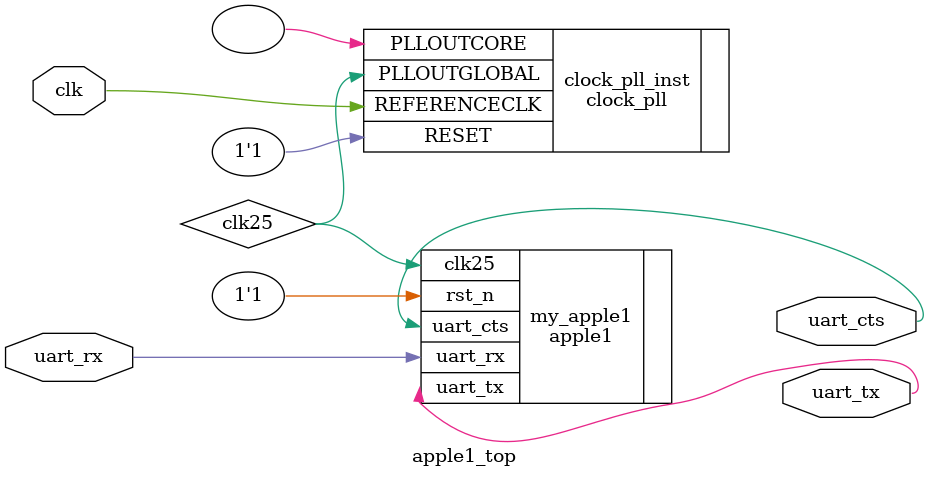
<source format=v>
module apple1_top(
    input  clk,             // 12 MHz board clock

    input  uart_rx,
    output uart_tx,
    output uart_cts
);

    wire clk25;

    // 12MHz up to 25MHz
    clock_pll clock_pll_inst(
            .REFERENCECLK(clk),
            .PLLOUTCORE(),
            .PLLOUTGLOBAL(clk25),
            .RESET(1'b1)
            );

    // apple one main system
    apple1 my_apple1(
        .clk25(clk25),
        .rst_n(1'b1),
        .uart_rx(uart_rx),
        .uart_tx(uart_tx),
        .uart_cts(uart_cts)
    );
    
endmodule

</source>
